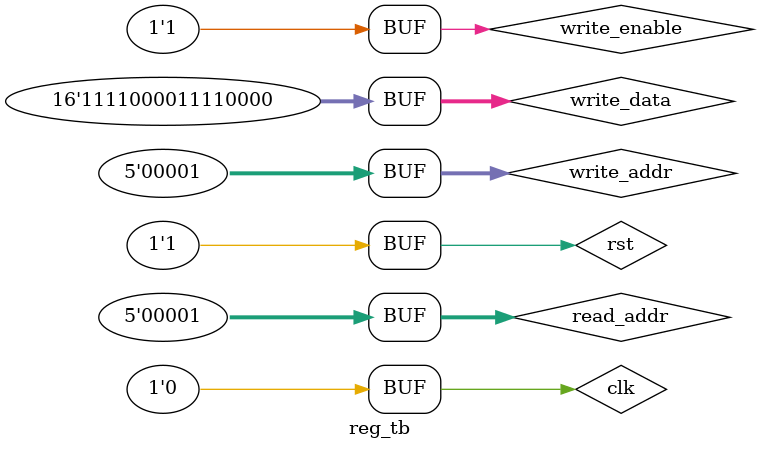
<source format=v>
`include "regfile.v"

module reg_tb();

reg write_enable,rst,clk;
reg [4:0] read_addr, write_addr;
reg [15:0] write_data;
wire [15:0] read_data;

localparam N = 10 ;

regFile testReg(write_enable,read_data,write_data,clk,rst,read_addr,write_addr);
initial begin

clk = 1'b0;
rst = 1'b0;


#N

write_enable = 1'b1;
write_data = 16'b1111000011110000;
write_addr = 5'b00001;

clk = 1'b1;

#N

clk = 1'b0;

#N
read_addr = 5'b00001;

clk = 1'b1;
#N

clk = 1'b0;
#N
if(read_data == 16'b1111000011110000) begin
$display("Read after write Passed");
end
else begin
$display("Read after write  Failed");
end

rst = 1'b1;

clk = 1'b1;
#N
clk = 1'b0;
#N
clk = 1'b1;
#N


clk = 1'b0;

#N
read_addr = 5'b00001;

clk = 1'b1;
#N

clk = 1'b0;
#N

if(read_data == 16'b0000000000000000) begin
$display("reset Passed");
end
else begin
$display("reset Failed");
end

end

endmodule
</source>
